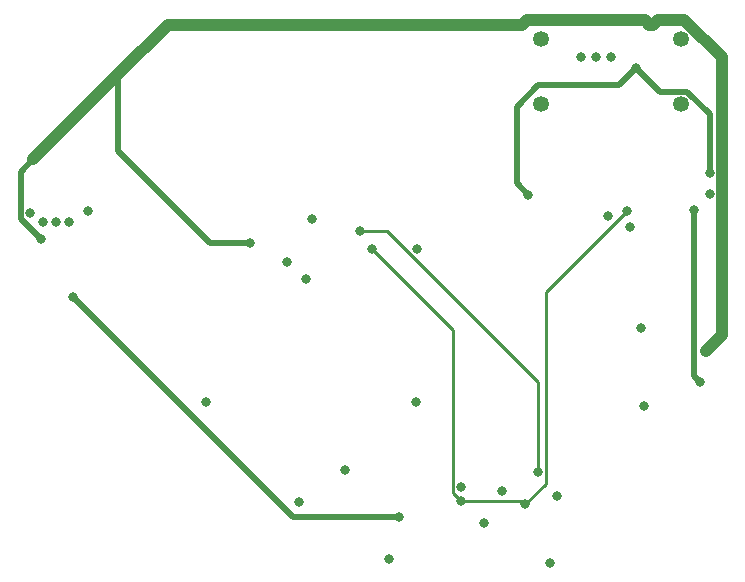
<source format=gbr>
G04 #@! TF.GenerationSoftware,KiCad,Pcbnew,(5.1.5-0)*
G04 #@! TF.CreationDate,2020-12-17T20:40:06-08:00*
G04 #@! TF.ProjectId,Luminometer_ADC_concept,4c756d69-6e6f-46d6-9574-65725f414443,rev?*
G04 #@! TF.SameCoordinates,Original*
G04 #@! TF.FileFunction,Copper,L2,Inr*
G04 #@! TF.FilePolarity,Positive*
%FSLAX46Y46*%
G04 Gerber Fmt 4.6, Leading zero omitted, Abs format (unit mm)*
G04 Created by KiCad (PCBNEW (5.1.5-0)) date 2020-12-17 20:40:06*
%MOMM*%
%LPD*%
G04 APERTURE LIST*
%ADD10C,1.350000*%
%ADD11C,0.800000*%
%ADD12C,1.000000*%
%ADD13C,0.500000*%
%ADD14C,0.250000*%
G04 APERTURE END LIST*
D10*
X162065000Y-88750000D03*
X173935000Y-88750000D03*
X173935000Y-83250000D03*
X162065000Y-83250000D03*
D11*
X163450000Y-121900000D03*
X170550000Y-107700000D03*
X169628000Y-99128000D03*
X170813000Y-114334000D03*
X176359000Y-96334000D03*
X155278000Y-121177000D03*
X141562000Y-122447000D03*
X149182000Y-127273000D03*
X123700000Y-97850000D03*
X140550000Y-102100000D03*
X151546000Y-100997000D03*
X167723000Y-98239000D03*
X133750000Y-114000000D03*
X151500000Y-114000000D03*
X162800000Y-127650000D03*
X119950000Y-98750000D03*
X157250000Y-124250000D03*
X158750000Y-121500000D03*
X165500000Y-84750000D03*
X166750000Y-84750000D03*
X121000000Y-98750000D03*
X122100000Y-98750000D03*
X118800000Y-97950000D03*
X168000000Y-84750000D03*
X119700000Y-100150000D03*
X137460000Y-100560000D03*
X119050000Y-93450000D03*
X176020000Y-109635000D03*
X171250000Y-82038000D03*
X175000000Y-97750000D03*
X175500000Y-112250000D03*
X176359000Y-94556000D03*
X170156000Y-85721000D03*
X160992000Y-96461000D03*
X145500000Y-119750000D03*
X169350000Y-97850000D03*
X147736000Y-100997000D03*
X160750000Y-122650000D03*
X155300000Y-122350000D03*
X150071000Y-123717000D03*
X122450000Y-105100000D03*
X142148000Y-103537000D03*
X142656000Y-98457000D03*
X161850000Y-119950000D03*
X146720000Y-99473000D03*
D12*
X174213963Y-81638001D02*
X177386001Y-84810039D01*
X171952999Y-81638001D02*
X174213963Y-81638001D01*
X171553000Y-82038000D02*
X171952999Y-81638001D01*
X177386001Y-108268999D02*
X176020000Y-109635000D01*
X177386001Y-84810039D02*
X177386001Y-108268999D01*
D13*
X118022999Y-98472999D02*
X119300001Y-99750001D01*
X118022999Y-94477001D02*
X118022999Y-98472999D01*
X119300001Y-99750001D02*
X119700000Y-100150000D01*
X119050000Y-93450000D02*
X118022999Y-94477001D01*
X137460000Y-100560000D02*
X134060000Y-100560000D01*
X126250000Y-92750000D02*
X126250000Y-86250000D01*
X134060000Y-100560000D02*
X126250000Y-92750000D01*
D12*
X126250000Y-86250000D02*
X119050000Y-93450000D01*
X130462000Y-82038000D02*
X126250000Y-86250000D01*
X170850001Y-81638001D02*
X171250000Y-82038000D01*
X160462000Y-82038000D02*
X160861999Y-81638001D01*
X160861999Y-81638001D02*
X170850001Y-81638001D01*
X130462000Y-82038000D02*
X160462000Y-82038000D01*
D13*
X175000000Y-111750000D02*
X175000000Y-97750000D01*
X175500000Y-112250000D02*
X175000000Y-111750000D01*
X160000000Y-95469000D02*
X160992000Y-96461000D01*
X160000000Y-89000000D02*
X160000000Y-95469000D01*
X161822999Y-87177001D02*
X160000000Y-89000000D01*
X168699999Y-87177001D02*
X161822999Y-87177001D01*
X170156000Y-85721000D02*
X168699999Y-87177001D01*
X176359000Y-93990315D02*
X176359000Y-94556000D01*
X176359000Y-89617038D02*
X176359000Y-93990315D01*
X174439961Y-87697999D02*
X176359000Y-89617038D01*
X172132999Y-87697999D02*
X174439961Y-87697999D01*
X170156000Y-85721000D02*
X172132999Y-87697999D01*
D14*
X160450000Y-122350000D02*
X160750000Y-122650000D01*
X155300000Y-122350000D02*
X160450000Y-122350000D01*
X160750000Y-122650000D02*
X162502001Y-120897999D01*
X162502001Y-104697999D02*
X169350000Y-97850000D01*
X162502001Y-120897999D02*
X162502001Y-104697999D01*
X154900001Y-121950001D02*
X155300000Y-122350000D01*
X154625999Y-121675999D02*
X154900001Y-121950001D01*
X154625999Y-107886999D02*
X154625999Y-121675999D01*
X147736000Y-100997000D02*
X154625999Y-107886999D01*
D13*
X141067000Y-123717000D02*
X122450000Y-105100000D01*
X150071000Y-123717000D02*
X141067000Y-123717000D01*
D14*
X161850000Y-119384315D02*
X161850000Y-119950000D01*
X161850000Y-112265962D02*
X161850000Y-119384315D01*
X149057038Y-99473000D02*
X161850000Y-112265962D01*
X146720000Y-99473000D02*
X149057038Y-99473000D01*
M02*

</source>
